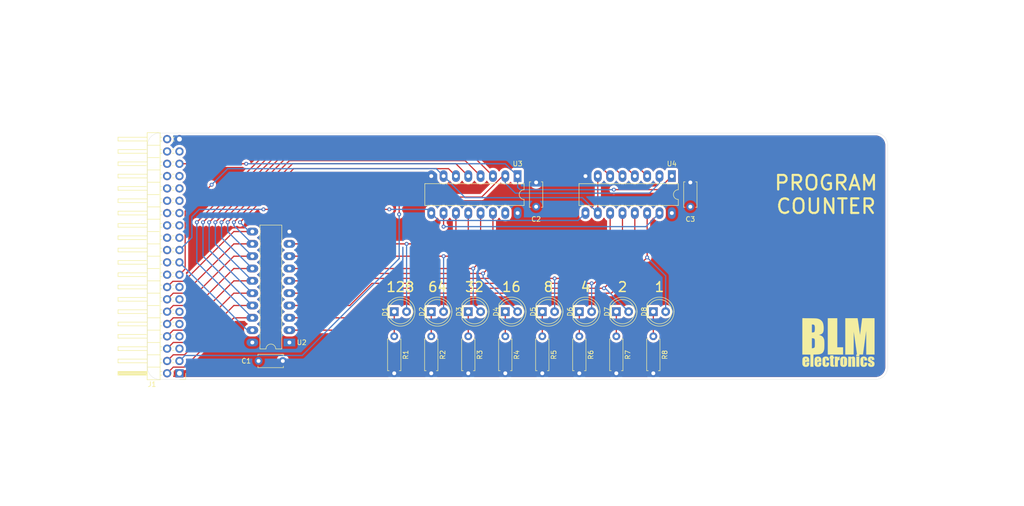
<source format=kicad_pcb>
(kicad_pcb (version 20211014) (generator pcbnew)
  (layers (0 "F.Cu" signal) (31 "B.Cu" signal) (34 "B.Paste" user) (35 "F.Paste" user) (36 "B.SilkS" user "B.Silkscreen") (37 "F.SilkS" user "F.Silkscreen") (38 "B.Mask" user) (39 "F.Mask" user) (44 "Edge.Cuts" user))
  (net 0 "")
  (net 1 "/GND")
  (net 2 "/VCC")
  (net 3 "Net-(D1-Pad2)")
  (net 4 "Net-(D1-Pad1)")
  (net 5 "Net-(D2-Pad2)")
  (net 6 "Net-(D2-Pad1)")
  (net 7 "Net-(D3-Pad2)")
  (net 8 "Net-(D3-Pad1)")
  (net 9 "Net-(D4-Pad2)")
  (net 10 "Net-(D4-Pad1)")
  (net 11 "Net-(D5-Pad2)")
  (net 12 "Net-(D5-Pad1)")
  (net 13 "Net-(D6-Pad2)")
  (net 14 "Net-(D6-Pad1)")
  (net 15 "Net-(D7-Pad2)")
  (net 16 "Net-(D7-Pad1)")
  (net 17 "Net-(D8-Pad2)")
  (net 18 "Net-(D8-Pad1)")
  (net 19 "Net-(J1-Pad40)")
  (net 20 "Net-(J1-Pad38)")
  (net 21 "Net-(J1-Pad37)")
  (net 22 "Net-(J1-Pad36)")
  (net 23 "/~{CLR}")
  (net 24 "Net-(J1-Pad34)")
  (net 25 "Net-(J1-Pad33)")
  (net 26 "Net-(J1-Pad32)")
  (net 27 "Net-(J1-Pad31)")
  (net 28 "Net-(J1-Pad30)")
  (net 29 "Net-(J1-Pad29)")
  (net 30 "Net-(J1-Pad28)")
  (net 31 "Net-(J1-Pad27)")
  (net 32 "Net-(J1-Pad26)")
  (net 33 "Net-(J1-Pad25)")
  (net 34 "Net-(J1-Pad24)")
  (net 35 "Net-(J1-Pad23)")
  (net 36 "Net-(J1-Pad22)")
  (net 37 "/~{PCIN}")
  (net 38 "Net-(J1-Pad20)")
  (net 39 "/~{PCOUT}")
  (net 40 "Net-(J1-Pad18)")
  (net 41 "/PCUP")
  (net 42 "/BUS_7")
  (net 43 "Net-(J1-Pad15)")
  (net 44 "/BUS_6")
  (net 45 "Net-(J1-Pad13)")
  (net 46 "/BUS_5")
  (net 47 "Net-(J1-Pad11)")
  (net 48 "/BUS_4")
  (net 49 "Net-(J1-Pad9)")
  (net 50 "/BUS_3")
  (net 51 "Net-(J1-Pad7)")
  (net 52 "/BUS_2")
  (net 53 "Net-(J1-Pad5)")
  (net 54 "/BUS_1")
  (net 55 "/CLK")
  (net 56 "/BUS_0")
  (net 57 "Net-(U3-Pad15)")
  (net 58 "Net-(U3-Pad10)")
  (footprint "Capacitor_THT:C_Disc_D5.0mm_W2.5mm_P5.00mm" (layer "F.Cu") (at 22.86 46.99)
    (fp_text reference "C1" (at -2.54 0) (layer "F.SilkS"))
    (fp_text value "100n")
    (pad "1" thru_hole circle locked (at 0 0) (size 1.6 1.6) (drill 0.8) (layers *.Cu *.Mask) (net 2 "/VCC"))
    (pad "2" thru_hole circle locked (at 5 0) (size 1.6 1.6) (drill 0.8) (layers *.Cu *.Mask) (net 1 "/GND"))
  )
  (footprint "Capacitor_THT:C_Disc_D5.0mm_W2.5mm_P5.00mm" (layer "F.Cu") (at 80.01 15.2 90)
    (fp_text reference "C2" (at -2.58 0 180) (layer "F.SilkS"))
    (fp_text value "100n")
    (pad "1" thru_hole circle locked (at 0 0 90) (size 1.6 1.6) (drill 0.8) (layers *.Cu *.Mask) (net 2 "/VCC"))
    (pad "2" thru_hole circle locked (at 5 0 90) (size 1.6 1.6) (drill 0.8) (layers *.Cu *.Mask) (net 1 "/GND"))
  )
  (footprint "Capacitor_THT:C_Disc_D5.0mm_W2.5mm_P5.00mm" (layer "F.Cu") (at 111.76 15.2 90)
    (fp_text reference "C3" (at -2.58 0 180) (layer "F.SilkS"))
    (fp_text value "100n")
    (pad "1" thru_hole circle locked (at 0 0 90) (size 1.6 1.6) (drill 0.8) (layers *.Cu *.Mask) (net 2 "/VCC"))
    (pad "2" thru_hole circle locked (at 5 0 90) (size 1.6 1.6) (drill 0.8) (layers *.Cu *.Mask) (net 1 "/GND"))
  )
  (footprint "LED_THT:LED_D5.0mm" (layer "F.Cu") (at 50.8 36.83)
    (fp_text reference "D1" (at -1.905 0 90) (layer "F.SilkS"))
    (fp_text value "LED")
    (pad "1" thru_hole rect locked (at 0 0) (size 1.8 1.8) (drill 0.9) (layers *.Cu *.Mask) (net 4 "Net-(D1-Pad1)"))
    (pad "2" thru_hole circle locked (at 2.54 0) (size 1.8 1.8) (drill 0.9) (layers *.Cu *.Mask) (net 3 "Net-(D1-Pad2)"))
  )
  (footprint "LED_THT:LED_D5.0mm" (layer "F.Cu") (at 58.42 36.83)
    (fp_text reference "D2" (at -1.905 0 90) (layer "F.SilkS"))
    (fp_text value "LED")
    (pad "1" thru_hole rect locked (at 0 0) (size 1.8 1.8) (drill 0.9) (layers *.Cu *.Mask) (net 6 "Net-(D2-Pad1)"))
    (pad "2" thru_hole circle locked (at 2.54 0) (size 1.8 1.8) (drill 0.9) (layers *.Cu *.Mask) (net 5 "Net-(D2-Pad2)"))
  )
  (footprint "LED_THT:LED_D5.0mm" (layer "F.Cu") (at 66.04 36.83)
    (fp_text reference "D3" (at -1.905 0 90) (layer "F.SilkS"))
    (fp_text value "LED")
    (pad "1" thru_hole rect locked (at 0 0) (size 1.8 1.8) (drill 0.9) (layers *.Cu *.Mask) (net 8 "Net-(D3-Pad1)"))
    (pad "2" thru_hole circle locked (at 2.54 0) (size 1.8 1.8) (drill 0.9) (layers *.Cu *.Mask) (net 7 "Net-(D3-Pad2)"))
  )
  (footprint "LED_THT:LED_D5.0mm" (layer "F.Cu") (at 73.66 36.83)
    (fp_text reference "D4" (at -1.905 0 90) (layer "F.SilkS"))
    (fp_text value "LED")
    (pad "1" thru_hole rect locked (at 0 0) (size 1.8 1.8) (drill 0.9) (layers *.Cu *.Mask) (net 10 "Net-(D4-Pad1)"))
    (pad "2" thru_hole circle locked (at 2.54 0) (size 1.8 1.8) (drill 0.9) (layers *.Cu *.Mask) (net 9 "Net-(D4-Pad2)"))
  )
  (footprint "LED_THT:LED_D5.0mm" (layer "F.Cu") (at 81.28 36.83)
    (fp_text reference "D5" (at -1.905 0 90) (layer "F.SilkS"))
    (fp_text value "LED")
    (pad "1" thru_hole rect locked (at 0 0) (size 1.8 1.8) (drill 0.9) (layers *.Cu *.Mask) (net 12 "Net-(D5-Pad1)"))
    (pad "2" thru_hole circle locked (at 2.54 0) (size 1.8 1.8) (drill 0.9) (layers *.Cu *.Mask) (net 11 "Net-(D5-Pad2)"))
  )
  (footprint "LED_THT:LED_D5.0mm" (layer "F.Cu") (at 88.9 36.83)
    (fp_text reference "D6" (at -1.905 0 90) (layer "F.SilkS"))
    (fp_text value "LED")
    (pad "1" thru_hole rect locked (at 0 0) (size 1.8 1.8) (drill 0.9) (layers *.Cu *.Mask) (net 14 "Net-(D6-Pad1)"))
    (pad "2" thru_hole circle locked (at 2.54 0) (size 1.8 1.8) (drill 0.9) (layers *.Cu *.Mask) (net 13 "Net-(D6-Pad2)"))
  )
  (footprint "LED_THT:LED_D5.0mm" (layer "F.Cu") (at 96.52 36.83)
    (fp_text reference "D7" (at -1.905 0 90) (layer "F.SilkS"))
    (fp_text value "LED")
    (pad "1" thru_hole rect locked (at 0 0) (size 1.8 1.8) (drill 0.9) (layers *.Cu *.Mask) (net 16 "Net-(D7-Pad1)"))
    (pad "2" thru_hole circle locked (at 2.54 0) (size 1.8 1.8) (drill 0.9) (layers *.Cu *.Mask) (net 15 "Net-(D7-Pad2)"))
  )
  (footprint "LED_THT:LED_D5.0mm" (layer "F.Cu") (at 104.14 36.83)
    (fp_text reference "D8" (at -1.905 0 90) (layer "F.SilkS"))
    (fp_text value "LED")
    (pad "1" thru_hole rect locked (at 0 0) (size 1.8 1.8) (drill 0.9) (layers *.Cu *.Mask) (net 18 "Net-(D8-Pad1)"))
    (pad "2" thru_hole circle locked (at 2.54 0) (size 1.8 1.8) (drill 0.9) (layers *.Cu *.Mask) (net 17 "Net-(D8-Pad2)"))
  )
  (footprint "Connector_PinHeader_2.54mm:PinHeader_2x20_P2.54mm_Horizontal" (layer "F.Cu") (at 6.58 49.53 180)
    (fp_text reference "J1" (at 5.655 -2.27) (layer "F.SilkS"))
    (fp_text value "Conn_02x20_Odd_Even")
    (pad "1" thru_hole rect locked (at 0 0 180) (size 1.7 1.7) (drill 1) (layers *.Cu *.Mask) (net 2 "/VCC"))
    (pad "2" thru_hole oval locked (at 2.54 0 180) (size 1.7 1.7) (drill 1) (layers *.Cu *.Mask) (net 56 "/BUS_0"))
    (pad "3" thru_hole oval locked (at 0 2.54 180) (size 1.7 1.7) (drill 1) (layers *.Cu *.Mask) (net 55 "/CLK"))
    (pad "4" thru_hole oval locked (at 2.54 2.54 180) (size 1.7 1.7) (drill 1) (layers *.Cu *.Mask) (net 54 "/BUS_1"))
    (pad "5" thru_hole oval locked (at 0 5.08 180) (size 1.7 1.7) (drill 1) (layers *.Cu *.Mask) (net 53 "Net-(J1-Pad5)"))
    (pad "6" thru_hole oval locked (at 2.54 5.08 180) (size 1.7 1.7) (drill 1) (layers *.Cu *.Mask) (net 52 "/BUS_2"))
    (pad "7" thru_hole oval locked (at 0 7.62 180) (size 1.7 1.7) (drill 1) (layers *.Cu *.Mask) (net 51 "Net-(J1-Pad7)"))
    (pad "8" thru_hole oval locked (at 2.54 7.62 180) (size 1.7 1.7) (drill 1) (layers *.Cu *.Mask) (net 50 "/BUS_3"))
    (pad "9" thru_hole oval locked (at 0 10.16 180) (size 1.7 1.7) (drill 1) (layers *.Cu *.Mask) (net 49 "Net-(J1-Pad9)"))
    (pad "10" thru_hole oval locked (at 2.54 10.16 180) (size 1.7 1.7) (drill 1) (layers *.Cu *.Mask) (net 48 "/BUS_4"))
    (pad "11" thru_hole oval locked (at 0 12.7 180) (size 1.7 1.7) (drill 1) (layers *.Cu *.Mask) (net 47 "Net-(J1-Pad11)"))
    (pad "12" thru_hole oval locked (at 2.54 12.7 180) (size 1.7 1.7) (drill 1) (layers *.Cu *.Mask) (net 46 "/BUS_5"))
    (pad "13" thru_hole oval locked (at 0 15.24 180) (size 1.7 1.7) (drill 1) (layers *.Cu *.Mask) (net 45 "Net-(J1-Pad13)"))
    (pad "14" thru_hole oval locked (at 2.54 15.24 180) (size 1.7 1.7) (drill 1) (layers *.Cu *.Mask) (net 44 "/BUS_6"))
    (pad "15" thru_hole oval locked (at 0 17.78 180) (size 1.7 1.7) (drill 1) (layers *.Cu *.Mask) (net 43 "Net-(J1-Pad15)"))
    (pad "16" thru_hole oval locked (at 2.54 17.78 180) (size 1.7 1.7) (drill 1) (layers *.Cu *.Mask) (net 42 "/BUS_7"))
    (pad "17" thru_hole oval locked (at 0 20.32 180) (size 1.7 1.7) (drill 1) (layers *.Cu *.Mask) (net 41 "/PCUP"))
    (pad "18" thru_hole oval locked (at 2.54 20.32 180) (size 1.7 1.7) (drill 1) (layers *.Cu *.Mask) (net 40 "Net-(J1-Pad18)"))
    (pad "19" thru_hole oval locked (at 0 22.86 180) (size 1.7 1.7) (drill 1) (layers *.Cu *.Mask) (net 39 "/~{PCOUT}"))
    (pad "20" thru_hole oval locked (at 2.54 22.86 180) (size 1.7 1.7) (drill 1) (layers *.Cu *.Mask) (net 38 "Net-(J1-Pad20)"))
    (pad "21" thru_hole oval locked (at 0 25.4 180) (size 1.7 1.7) (drill 1) (layers *.Cu *.Mask) (net 37 "/~{PCIN}"))
    (pad "22" thru_hole oval locked (at 2.54 25.4 180) (size 1.7 1.7) (drill 1) (layers *.Cu *.Mask) (net 36 "Net-(J1-Pad22)"))
    (pad "23" thru_hole oval locked (at 0 27.94 180) (size 1.7 1.7) (drill 1) (layers *.Cu *.Mask) (net 35 "Net-(J1-Pad23)"))
    (pad "24" thru_hole oval locked (at 2.54 27.94 180) (size 1.7 1.7) (drill 1) (layers *.Cu *.Mask) (net 34 "Net-(J1-Pad24)"))
    (pad "25" thru_hole oval locked (at 0 30.48 180) (size 1.7 1.7) (drill 1) (layers *.Cu *.Mask) (net 33 "Net-(J1-Pad25)"))
    (pad "26" thru_hole oval locked (at 2.54 30.48 180) (size 1.7 1.7) (drill 1) (layers *.Cu *.Mask) (net 32 "Net-(J1-Pad26)"))
    (pad "27" thru_hole oval locked (at 0 33.02 180) (size 1.7 1.7) (drill 1) (layers *.Cu *.Mask) (net 31 "Net-(J1-Pad27)"))
    (pad "28" thru_hole oval locked (at 2.54 33.02 180) (size 1.7 1.7) (drill 1) (layers *.Cu *.Mask) (net 30 "Net-(J1-Pad28)"))
    (pad "29" thru_hole oval locked (at 0 35.56 180) (size 1.7 1.7) (drill 1) (layers *.Cu *.Mask) (net 29 "Net-(J1-Pad29)"))
    (pad "30" thru_hole oval locked (at 2.54 35.56 180) (size 1.7 1.7) (drill 1) (layers *.Cu *.Mask) (net 28 "Net-(J1-Pad30)"))
    (pad "31" thru_hole oval locked (at 0 38.1 180) (size 1.7 1.7) (drill 1) (layers *.Cu *.Mask) (net 27 "Net-(J1-Pad31)"))
    (pad "32" thru_hole oval locked (at 2.54 38.1 180) (size 1.7 1.7) (drill 1) (layers *.Cu *.Mask) (net 26 "Net-(J1-Pad32)"))
    (pad "33" thru_hole oval locked (at 0 40.64 180) (size 1.7 1.7) (drill 1) (layers *.Cu *.Mask) (net 25 "Net-(J1-Pad33)"))
    (pad "34" thru_hole oval locked (at 2.54 40.64 180) (size 1.7 1.7) (drill 1) (layers *.Cu *.Mask) (net 24 "Net-(J1-Pad34)"))
    (pad "35" thru_hole oval locked (at 0 43.18 180) (size 1.7 1.7) (drill 1) (layers *.Cu *.Mask) (net 23 "/~{CLR}"))
    (pad "36" thru_hole oval locked (at 2.54 43.18 180) (size 1.7 1.7) (drill 1) (layers *.Cu *.Mask) (net 22 "Net-(J1-Pad36)"))
    (pad "37" thru_hole oval locked (at 0 45.72 180) (size 1.7 1.7) (drill 1) (layers *.Cu *.Mask) (net 21 "Net-(J1-Pad37)"))
    (pad "38" thru_hole oval locked (at 2.54 45.72 180) (size 1.7 1.7) (drill 1) (layers *.Cu *.Mask) (net 20 "Net-(J1-Pad38)"))
    (pad "39" thru_hole oval locked (at 0 48.26 180) (size 1.7 1.7) (drill 1) (layers *.Cu *.Mask) (net 1 "/GND"))
    (pad "40" thru_hole oval locked (at 2.54 48.26 180) (size 1.7 1.7) (drill 1) (layers *.Cu *.Mask) (net 19 "Net-(J1-Pad40)"))
  )
  (footprint "Resistor_THT:R_Axial_DIN0207_L6.3mm_D2.5mm_P7.62mm_Horizontal" (layer "F.Cu") (at 50.8 41.91 -90)
    (fp_text reference "R1" (at 3.81 -2.37 90) (layer "F.SilkS"))
    (fp_text value "R")
    (pad "1" thru_hole circle locked (at 0 0 270) (size 1.6 1.6) (drill 0.8) (layers *.Cu *.Mask) (net 4 "Net-(D1-Pad1)"))
    (pad "2" thru_hole oval locked (at 7.62 0 270) (size 1.6 1.6) (drill 0.8) (layers *.Cu *.Mask) (net 1 "/GND"))
  )
  (footprint "Resistor_THT:R_Axial_DIN0207_L6.3mm_D2.5mm_P7.62mm_Horizontal" (layer "F.Cu") (at 58.42 41.91 -90)
    (fp_text reference "R2" (at 3.81 -2.37 90) (layer "F.SilkS"))
    (fp_text value "R")
    (pad "1" thru_hole circle locked (at 0 0 270) (size 1.6 1.6) (drill 0.8) (layers *.Cu *.Mask) (net 6 "Net-(D2-Pad1)"))
    (pad "2" thru_hole oval locked (at 7.62 0 270) (size 1.6 1.6) (drill 0.8) (layers *.Cu *.Mask) (net 1 "/GND"))
  )
  (footprint "Resistor_THT:R_Axial_DIN0207_L6.3mm_D2.5mm_P7.62mm_Horizontal" (layer "F.Cu") (at 66.04 41.91 -90)
    (fp_text reference "R3" (at 3.81 -2.37 90) (layer "F.SilkS"))
    (fp_text value "R")
    (pad "1" thru_hole circle locked (at 0 0 270) (size 1.6 1.6) (drill 0.8) (layers *.Cu *.Mask) (net 8 "Net-(D3-Pad1)"))
    (pad "2" thru_hole oval locked (at 7.62 0 270) (size 1.6 1.6) (drill 0.8) (layers *.Cu *.Mask) (net 1 "/GND"))
  )
  (footprint "Resistor_THT:R_Axial_DIN0207_L6.3mm_D2.5mm_P7.62mm_Horizontal" (layer "F.Cu") (at 73.66 41.91 -90)
    (fp_text reference "R4" (at 3.81 -2.37 90) (layer "F.SilkS"))
    (fp_text value "R")
    (pad "1" thru_hole circle locked (at 0 0 270) (size 1.6 1.6) (drill 0.8) (layers *.Cu *.Mask) (net 10 "Net-(D4-Pad1)"))
    (pad "2" thru_hole oval locked (at 7.62 0 270) (size 1.6 1.6) (drill 0.8) (layers *.Cu *.Mask) (net 1 "/GND"))
  )
  (footprint "Resistor_THT:R_Axial_DIN0207_L6.3mm_D2.5mm_P7.62mm_Horizontal" (layer "F.Cu") (at 81.28 41.91 -90)
    (fp_text reference "R5" (at 3.81 -2.37 90) (layer "F.SilkS"))
    (fp_text value "R")
    (pad "1" thru_hole circle locked (at 0 0 270) (size 1.6 1.6) (drill 0.8) (layers *.Cu *.Mask) (net 12 "Net-(D5-Pad1)"))
    (pad "2" thru_hole oval locked (at 7.62 0 270) (size 1.6 1.6) (drill 0.8) (layers *.Cu *.Mask) (net 1 "/GND"))
  )
  (footprint "Resistor_THT:R_Axial_DIN0207_L6.3mm_D2.5mm_P7.62mm_Horizontal" (layer "F.Cu") (at 88.9 41.91 -90)
    (fp_text reference "R6" (at 3.81 -2.37 90) (layer "F.SilkS"))
    (fp_text value "R")
    (pad "1" thru_hole circle locked (at 0 0 270) (size 1.6 1.6) (drill 0.8) (layers *.Cu *.Mask) (net 14 "Net-(D6-Pad1)"))
    (pad "2" thru_hole oval locked (at 7.62 0 270) (size 1.6 1.6) (drill 0.8) (layers *.Cu *.Mask) (net 1 "/GND"))
  )
  (footprint "Resistor_THT:R_Axial_DIN0207_L6.3mm_D2.5mm_P7.62mm_Horizontal" (layer "F.Cu") (at 96.52 41.91 -90)
    (fp_text reference "R7" (at 3.81 -2.37 90) (layer "F.SilkS"))
    (fp_text value "R")
    (pad "1" thru_hole circle locked (at 0 0 270) (size 1.6 1.6) (drill 0.8) (layers *.Cu *.Mask) (net 16 "Net-(D7-Pad1)"))
    (pad "2" thru_hole oval locked (at 7.62 0 270) (size 1.6 1.6) (drill 0.8) (layers *.Cu *.Mask) (net 1 "/GND"))
  )
  (footprint "Resistor_THT:R_Axial_DIN0207_L6.3mm_D2.5mm_P7.62mm_Horizontal" (layer "F.Cu") (at 104.14 41.91 -90)
    (fp_text reference "R8" (at 3.81 -2.37 90) (layer "F.SilkS"))
    (fp_text value "R")
    (pad "1" thru_hole circle locked (at 0 0 270) (size 1.6 1.6) (drill 0.8) (layers *.Cu *.Mask) (net 18 "Net-(D8-Pad1)"))
    (pad "2" thru_hole oval locked (at 7.62 0 270) (size 1.6 1.6) (drill 0.8) (layers *.Cu *.Mask) (net 1 "/GND"))
  )
  (footprint "Package_DIP:DIP-20_W7.62mm_LongPads" (layer "F.Cu") (at 29.21 43.18 180)
    (fp_text reference "U2" (at -2.54 0) (layer "F.SilkS"))
    (fp_text value "74HC245")
    (pad "1" thru_hole rect locked (at 0 0 180) (size 2.4 1.6) (drill 0.8) (layers *.Cu *.Mask) (net 2 "/VCC"))
    (pad "2" thru_hole oval locked (at 0 2.54 180) (size 2.4 1.6) (drill 0.8) (layers *.Cu *.Mask) (net 17 "Net-(D8-Pad2)"))
    (pad "3" thru_hole oval locked (at 0 5.08 180) (size 2.4 1.6) (drill 0.8) (layers *.Cu *.Mask) (net 15 "Net-(D7-Pad2)"))
    (pad "4" thru_hole oval locked (at 0 7.62 180) (size 2.4 1.6) (drill 0.8) (layers *.Cu *.Mask) (net 13 "Net-(D6-Pad2)"))
    (pad "5" thru_hole oval locked (at 0 10.16 180) (size 2.4 1.6) (drill 0.8) (layers *.Cu *.Mask) (net 11 "Net-(D5-Pad2)"))
    (pad "6" thru_hole oval locked (at 0 12.7 180) (size 2.4 1.6) (drill 0.8) (layers *.Cu *.Mask) (net 9 "Net-(D4-Pad2)"))
    (pad "7" thru_hole oval locked (at 0 15.24 180) (size 2.4 1.6) (drill 0.8) (layers *.Cu *.Mask) (net 7 "Net-(D3-Pad2)"))
    (pad "8" thru_hole oval locked (at 0 17.78 180) (size 2.4 1.6) (drill 0.8) (layers *.Cu *.Mask) (net 5 "Net-(D2-Pad2)"))
    (pad "9" thru_hole oval locked (at 0 20.32 180) (size 2.4 1.6) (drill 0.8) (layers *.Cu *.Mask) (net 3 "Net-(D1-Pad2)"))
    (pad "10" thru_hole oval locked (at 0 22.86 180) (size 2.4 1.6) (drill 0.8) (layers *.Cu *.Mask) (net 1 "/GND"))
    (pad "11" thru_hole oval locked (at 7.62 22.86 180) (size 2.4 1.6) (drill 0.8) (layers *.Cu *.Mask) (net 42 "/BUS_7"))
    (pad "12" thru_hole oval locked (at 7.62 20.32 180) (size 2.4 1.6) (drill 0.8) (layers *.Cu *.Mask) (net 44 "/BUS_6"))
    (pad "13" thru_hole oval locked (at 7.62 17.78 180) (size 2.4 1.6) (drill 0.8) (layers *.Cu *.Mask) (net 46 "/BUS_5"))
    (pad "14" thru_hole oval locked (at 7.62 15.24 180) (size 2.4 1.6) (drill 0.8) (layers *.Cu *.Mask) (net 48 "/BUS_4"))
    (pad "15" thru_hole oval locked (at 7.62 12.7 180) (size 2.4 1.6) (drill 0.8) (layers *.Cu *.Mask) (net 50 "/BUS_3"))
    (pad "16" thru_hole oval locked (at 7.62 10.16 180) (size 2.4 1.6) (drill 0.8) (layers *.Cu *.Mask) (net 52 "/BUS_2"))
    (pad "17" thru_hole oval locked (at 7.62 7.62 180) (size 2.4 1.6) (drill 0.8) (layers *.Cu *.Mask) (net 54 "/BUS_1"))
    (pad "18" thru_hole oval locked (at 7.62 5.08 180) (size 2.4 1.6) (drill 0.8) (layers *.Cu *.Mask) (net 56 "/BUS_0"))
    (pad "19" thru_hole oval locked (at 7.62 2.54 180) (size 2.4 1.6) (drill 0.8) (layers *.Cu *.Mask) (net 39 "/~{PCOUT}"))
    (pad "20" thru_hole oval locked (at 7.62 0 180) (size 2.4 1.6) (drill 0.8) (layers *.Cu *.Mask) (net 2 "/VCC"))
  )
  (footprint "Package_DIP:DIP-16_W7.62mm_LongPads" (layer "F.Cu") (at 76.2 8.89 -90)
    (fp_text reference "U3" (at -2.54 0 180) (layer "F.SilkS"))
    (fp_text value "74LS161")
    (pad "1" thru_hole rect locked (at 0 0 270) (size 2.4 1.6) (drill 0.8) (layers *.Cu *.Mask) (net 23 "/~{CLR}"))
    (pad "2" thru_hole oval locked (at 0 2.54 270) (size 2.4 1.6) (drill 0.8) (layers *.Cu *.Mask) (net 55 "/CLK"))
    (pad "3" thru_hole oval locked (at 0 5.08 270) (size 2.4 1.6) (drill 0.8) (layers *.Cu *.Mask) (net 48 "/BUS_4"))
    (pad "4" thru_hole oval locked (at 0 7.62 270) (size 2.4 1.6) (drill 0.8) (layers *.Cu *.Mask) (net 46 "/BUS_5"))
    (pad "5" thru_hole oval locked (at 0 10.16 270) (size 2.4 1.6) (drill 0.8) (layers *.Cu *.Mask) (net 44 "/BUS_6"))
    (pad "6" thru_hole oval locked (at 0 12.7 270) (size 2.4 1.6) (drill 0.8) (layers *.Cu *.Mask) (net 42 "/BUS_7"))
    (pad "7" thru_hole oval locked (at 0 15.24 270) (size 2.4 1.6) (drill 0.8) (layers *.Cu *.Mask) (net 41 "/PCUP"))
    (pad "8" thru_hole oval locked (at 0 17.78 270) (size 2.4 1.6) (drill 0.8) (layers *.Cu *.Mask) (net 1 "/GND"))
    (pad "9" thru_hole oval locked (at 7.62 17.78 270) (size 2.4 1.6) (drill 0.8) (layers *.Cu *.Mask) (net 37 "/~{PCIN}"))
    (pad "10" thru_hole oval locked (at 7.62 15.24 270) (size 2.4 1.6) (drill 0.8) (layers *.Cu *.Mask) (net 58 "Net-(U3-Pad10)"))
    (pad "11" thru_hole oval locked (at 7.62 12.7 270) (size 2.4 1.6) (drill 0.8) (layers *.Cu *.Mask) (net 3 "Net-(D1-Pad2)"))
    (pad "12" thru_hole oval locked (at 7.62 10.16 270) (size 2.4 1.6) (drill 0.8) (layers *.Cu *.Mask) (net 5 "Net-(D2-Pad2)"))
    (pad "13" thru_hole oval locked (at 7.62 7.62 270) (size 2.4 1.6) (drill 0.8) (layers *.Cu *.Mask) (net 7 "Net-(D3-Pad2)"))
    (pad "14" thru_hole oval locked (at 7.62 5.08 270) (size 2.4 1.6) (drill 0.8) (layers *.Cu *.Mask) (net 9 "Net-(D4-Pad2)"))
    (pad "15" thru_hole oval locked (at 7.62 2.54 270) (size 2.4 1.6) (drill 0.8) (layers *.Cu *.Mask) (net 57 "Net-(U3-Pad15)"))
    (pad "16" thru_hole oval locked (at 7.62 0 270) (size 2.4 1.6) (drill 0.8) (layers *.Cu *.Mask) (net 2 "/VCC"))
  )
  (footprint "Package_DIP:DIP-16_W7.62mm_LongPads" (layer "F.Cu") (at 107.95 8.89 -90)
    (fp_text reference "U4" (at -2.54 0 180) (layer "F.SilkS"))
    (fp_text value "74LS161")
    (pad "1" thru_hole rect locked (at 0 0 270) (size 2.4 1.6) (drill 0.8) (layers *.Cu *.Mask) (net 23 "/~{CLR}"))
    (pad "2" thru_hole oval locked (at 0 2.54 270) (size 2.4 1.6) (drill 0.8) (layers *.Cu *.Mask) (net 55 "/CLK"))
    (pad "3" thru_hole oval locked (at 0 5.08 270) (size 2.4 1.6) (drill 0.8) (layers *.Cu *.Mask) (net 56 "/BUS_0"))
    (pad "4" thru_hole oval locked (at 0 7.62 270) (size 2.4 1.6) (drill 0.8) (layers *.Cu *.Mask) (net 54 "/BUS_1"))
    (pad "5" thru_hole oval locked (at 0 10.16 270) (size 2.4 1.6) (drill 0.8) (layers *.Cu *.Mask) (net 52 "/BUS_2"))
    (pad "6" thru_hole oval locked (at 0 12.7 270) (size 2.4 1.6) (drill 0.8) (layers *.Cu *.Mask) (net 50 "/BUS_3"))
    (pad "7" thru_hole oval locked (at 0 15.24 270) (size 2.4 1.6) (drill 0.8) (layers *.Cu *.Mask) (net 41 "/PCUP"))
    (pad "8" thru_hole oval locked (at 0 17.78 270) (size 2.4 1.6) (drill 0.8) (layers *.Cu *.Mask) (net 1 "/GND"))
    (pad "9" thru_hole oval locked (at 7.62 17.78 270) (size 2.4 1.6) (drill 0.8) (layers *.Cu *.Mask) (net 37 "/~{PCIN}"))
    (pad "10" thru_hole oval locked (at 7.62 15.24 270) (size 2.4 1.6) (drill 0.8) (layers *.Cu *.Mask) (net 41 "/PCUP"))
    (pad "11" thru_hole oval locked (at 7.62 12.7 270) (size 2.4 1.6) (drill 0.8) (layers *.Cu *.Mask) (net 11 "Net-(D5-Pad2)"))
    (pad "12" thru_hole oval locked (at 7.62 10.16 270) (size 2.4 1.6) (drill 0.8) (layers *.Cu *.Mask) (net 13 "Net-(D6-Pad2)"))
    (pad "13" thru_hole oval locked (at 7.62 7.62 270) (size 2.4 1.6) (drill 0.8) (layers *.Cu *.Mask) (net 15 "Net-(D7-Pad2)"))
    (pad "14" thru_hole oval locked (at 7.62 5.08 270) (size 2.4 1.6) (drill 0.8) (layers *.Cu *.Mask) (net 17 "Net-(D8-Pad2)"))
    (pad "15" thru_hole oval locked (at 7.62 2.54 270) (size 2.4 1.6) (drill 0.8) (layers *.Cu *.Mask) (net 58 "Net-(U3-Pad10)"))
    (pad "16" thru_hole oval locked (at 7.62 0 270) (size 2.4 1.6) (drill 0.8) (layers *.Cu *.Mask) (net 2 "/VCC"))
  )
  (footprint "Matthias:LogoBLM_10mm" (layer "F.Cu") (at 142.24 43.18)
    (fp_text reference "G***" hide)
    (fp_text value "LOGO" hide)
  )
  (gr_line (start 149.86 0) (end 2.54 0) (layer "Edge.Cuts") (width 0.05))
  (gr_arc (start 149.86 0) (mid 151.656051 0.743949) (end 152.4 2.54) (layer "Edge.Cuts") (width 0.05))
  (gr_line (start 2.54 50.8) (end 149.86 50.8) (layer "Edge.Cuts") (width 0.05))
  (gr_line (start 152.4 48.26) (end 152.4 2.54) (layer "Edge.Cuts") (width 0.05))
  (gr_arc (start 2.54 50.8) (mid 0.743949 50.056051) (end 0 48.26) (layer "Edge.Cuts") (width 0.05))
  (gr_arc (start 0 2.54) (mid 0.743949 0.743949) (end 2.54 0) (layer "Edge.Cuts") (width 0.05))
  (gr_arc (start 152.4 48.26) (mid 151.656051 50.056051) (end 149.86 50.8) (layer "Edge.Cuts") (width 0.05))
  (gr_line (start 0 2.54) (end 0 48.26) (layer "Edge.Cuts") (width 0.05))
  (gr_text "16" (at 74.93 31.75) (layer "F.SilkS") (effects (font (size 2 2) (thickness 0.3))))
  (gr_text "4" (at 90.17 31.75) (layer "F.SilkS") (effects (font (size 2 2) (thickness 0.3))))
  (gr_text "64" (at 59.69 31.75) (layer "F.SilkS") (effects (font (size 2 2) (thickness 0.3))))
  (gr_text "8" (at 82.55 31.75) (layer "F.SilkS") (effects (font (size 2 2) (thickness 0.3))))
  (gr_text "PROGRAM\nCOUNTER" (at 139.7 12.7) (layer "F.SilkS") (effects (font (size 3 3) (thickness 0.45))))
  (gr_text "32" (at 67.31 31.75) (layer "F.SilkS") (effects (font (size 2 2) (thickness 0.3))))
  (gr_text "2" (at 97.79 31.75) (layer "F.SilkS") (effects (font (size 2 2) (thickness 0.3))))
  (gr_text "128" (at 52.07 31.75) (layer "F.SilkS") (effects (font (size 2 2) (thickness 0.3))))
  (gr_text "1" (at 105.41 31.75) (layer "F.SilkS") (effects (font (size 2 2) (thickness 0.3))))
  (segment (start 29.21 22.86) (end 62.484 22.86) (width 0.25) (layer "F.Cu") (net 3))
  (segment (start 62.484 22.86) (end 63.5 21.844) (width 0.25) (layer "F.Cu") (net 3))
  (segment (start 63.5 21.844) (end 63.5 16.51) (width 0.25) (layer "F.Cu") (net 3))
  (via (at 53.34 22.86) (size 0.8) (drill 0.4) (layers "F.Cu" "B.Cu") (net 3))
  (segment (start 53.34 36.83) (end 53.34 22.86) (width 0.25) (layer "B.Cu") (net 3))
  (segment (start 50.8 36.83) (end 50.8 41.91) (width 0.25) (layer "F.Cu") (net 4))
  (segment (start 66.04 24.384) (end 66.04 16.51) (width 0.25) (layer "F.Cu") (net 5))
  (segment (start 65.024 25.4) (end 66.04 24.384) (width 0.25) (layer "F.Cu") (net 5))
  (segment (start 29.21 25.4) (end 65.024 25.4) (width 0.25) (layer "F.Cu") (net 5))
  (via (at 60.96 25.4) (size 0.8) (drill 0.4) (layers "F.Cu" "B.Cu") (net 5))
  (segment (start 60.96 36.83) (end 60.96 25.4) (width 0.25) (layer "B.Cu") (net 5))
  (segment (start 58.42 36.83) (end 58.42 41.91) (width 0.25) (layer "F.Cu") (net 6))
  (segment (start 68.58 26.416) (end 68.58 16.51) (width 0.25) (layer "F.Cu") (net 7))
  (segment (start 67.056 27.94) (end 68.58 26.416) (width 0.25) (layer "F.Cu") (net 7))
  (segment (start 29.21 27.94) (end 67.056 27.94) (width 0.25) (layer "F.Cu") (net 7))
  (via (at 67.056 27.94) (size 0.8) (drill 0.4) (layers "F.Cu" "B.Cu") (net 7))
  (segment (start 68.58 36.83) (end 67.056 35.306) (width 0.25) (layer "B.Cu") (net 7))
  (segment (start 67.056 35.306) (end 67.056 27.94) (width 0.25) (layer "B.Cu") (net 7))
  (segment (start 66.04 36.83) (end 66.04 41.91) (width 0.25) (layer "F.Cu") (net 8))
  (segment (start 45.212 28.956) (end 69.088 28.956) (width 0.25) (layer "F.Cu") (net 9))
  (segment (start 29.21 30.48) (end 43.688 30.48) (width 0.25) (layer "F.Cu") (net 9))
  (segment (start 71.12 26.924) (end 71.12 16.51) (width 0.25) (layer "F.Cu") (net 9))
  (segment (start 43.688 30.48) (end 45.212 28.956) (width 0.25) (layer "F.Cu") (net 9))
  (segment (start 69.088 28.956) (end 71.12 26.924) (width 0.25) (layer "F.Cu") (net 9))
  (via (at 69.088 28.956) (size 0.8) (drill 0.4) (layers "F.Cu" "B.Cu") (net 9))
  (segment (start 76.2 36.83) (end 69.088 29.718) (width 0.25) (layer "B.Cu") (net 9))
  (segment (start 69.088 29.718) (end 69.088 28.956) (width 0.25) (layer "B.Cu") (net 9))
  (segment (start 73.66 36.83) (end 73.66 41.91) (width 0.25) (layer "F.Cu") (net 10))
  (segment (start 29.21 33.02) (end 42.672 33.02) (width 0.25) (layer "F.Cu") (net 11))
  (segment (start 42.672 33.02) (end 45.72 29.972) (width 0.25) (layer "F.Cu") (net 11))
  (segment (start 95.25 25.654) (end 95.25 16.51) (width 0.25) (layer "F.Cu") (net 11))
  (segment (start 90.932 29.972) (end 95.25 25.654) (width 0.25) (layer "F.Cu") (net 11))
  (segment (start 45.72 29.972) (end 90.932 29.972) (width 0.25) (layer "F.Cu") (net 11))
  (via (at 83.82 29.972) (size 0.8) (drill 0.4) (layers "F.Cu" "B.Cu") (net 11))
  (segment (start 83.82 36.83) (end 83.82 29.972) (width 0.25) (layer "B.Cu") (net 11))
  (segment (start 81.28 36.83) (end 81.28 41.91) (width 0.25) (layer "F.Cu") (net 12))
  (segment (start 91.948 30.988) (end 97.79 25.146) (width 0.25) (layer "F.Cu") (net 13))
  (segment (start 29.21 35.56) (end 41.656 35.56) (width 0.25) (layer "F.Cu") (net 13))
  (segment (start 97.79 25.146) (end 97.79 16.51) (width 0.25) (layer "F.Cu") (net 13))
  (segment (start 41.656 35.56) (end 46.228 30.988) (width 0.25) (layer "F.Cu") (net 13))
  (segment (start 46.228 30.988) (end 91.948 30.988) (width 0.25) (layer "F.Cu") (net 13))
  (via (at 91.44 30.988) (size 0.8) (drill 0.4) (layers "F.Cu" "B.Cu") (net 13))
  (segment (start 91.44 36.83) (end 91.44 30.988) (width 0.25) (layer "B.Cu") (net 13))
  (segment (start 88.9 36.83) (end 88.9 41.91) (width 0.25) (layer "F.Cu") (net 14))
  (segment (start 93.98 32.004) (end 100.33 25.654) (width 0.25) (layer "F.Cu") (net 15))
  (segment (start 100.33 25.654) (end 100.33 16.51) (width 0.25) (layer "F.Cu") (net 15))
  (segment (start 29.21 38.1) (end 40.64 38.1) (width 0.25) (layer "F.Cu") (net 15))
  (segment (start 46.736 32.004) (end 93.98 32.004) (width 0.25) (layer "F.Cu") (net 15))
  (segment (start 40.64 38.1) (end 46.736 32.004) (width 0.25) (layer "F.Cu") (net 15))
  (via (at 93.98 32.004) (size 0.8) (drill 0.4) (layers "F.Cu" "B.Cu") (net 15))
  (segment (start 99.06 36.83) (end 94.234 32.004) (width 0.25) (layer "B.Cu") (net 15))
  (segment (start 94.234 32.004) (end 93.98 32.004) (width 0.25) (layer "B.Cu") (net 15))
  (segment (start 96.52 36.83) (end 96.52 41.91) (width 0.25) (layer "F.Cu") (net 16))
  (segment (start 95.504 33.02) (end 102.87 25.654) (width 0.25) (layer "F.Cu") (net 17))
  (segment (start 39.624 40.64) (end 47.244 33.02) (width 0.25) (layer "F.Cu") (net 17))
  (segment (start 29.21 40.64) (end 39.624 40.64) (width 0.25) (layer "F.Cu") (net 17))
  (segment (start 102.87 25.654) (end 102.87 16.51) (width 0.25) (layer "F.Cu") (net 17))
  (segment (start 47.244 33.02) (end 95.504 33.02) (width 0.25) (layer "F.Cu") (net 17))
  (via (at 102.87 25.654) (size 0.8) (drill 0.4) (layers "F.Cu" "B.Cu") (net 17))
  (segment (start 106.68 36.83) (end 106.68 29.464) (width 0.25) (layer "B.Cu") (net 17))
  (segment (start 106.68 29.464) (end 102.87 25.654) (width 0.25) (layer "B.Cu") (net 17))
  (segment (start 104.14 36.83) (end 104.14 41.91) (width 0.25) (layer "F.Cu") (net 18))
  (segment (start 96.012 11.684) (end 105.156 11.684) (width 0.25) (layer "F.Cu") (net 23))
  (segment (start 6.58 6.35) (end 20.32 6.35) (width 0.25) (layer "F.Cu") (net 23))
  (segment (start 105.156 11.684) (end 107.95 8.89) (width 0.25) (layer "F.Cu") (net 23))
  (via (at 96.012 11.684) (size 0.8) (drill 0.4) (layers "F.Cu" "B.Cu") (net 23))
  (via (at 20.32 6.35) (size 0.8) (drill 0.4) (layers "F.Cu" "B.Cu") (net 23))
  (segment (start 76.708 11.684) (end 96.012 11.684) (width 0.25) (layer "B.Cu") (net 23))
  (segment (start 76.2 11.176) (end 76.708 11.684) (width 0.25) (layer "B.Cu") (net 23))
  (segment (start 76.2 8.89) (end 76.2 11.176) (width 0.25) (layer "B.Cu") (net 23))
  (segment (start 73.66 6.35) (end 76.2 8.89) (width 0.25) (layer "B.Cu") (net 23))
  (segment (start 20.32 6.35) (end 73.66 6.35) (width 0.25) (layer "B.Cu") (net 23))
  (segment (start 49.784 15.748) (end 23.876 15.748) (width 0.25) (layer "F.Cu") (net 37))
  (via (at 49.784 15.748) (size 0.8) (drill 0.4) (layers "F.Cu" "B.Cu") (net 37))
  (via (at 23.876 15.748) (size 0.8) (drill 0.4) (layers "F.Cu" "B.Cu") (net 37))
  (segment (start 9.144 17.272) (end 10.668 15.748) (width 0.25) (layer "B.Cu") (net 37))
  (segment (start 57.658 15.748) (end 58.42 16.51) (width 0.25) (layer "B.Cu") (net 37))
  (segment (start 57.658 15.748) (end 49.784 15.748) (width 0.25) (layer "B.Cu") (net 37))
  (segment (start 6.58 24.13) (end 9.144 21.566) (width 0.25) (layer "B.Cu") (net 37))
  (segment (start 88.64499 18.03501) (end 90.17 16.51) (width 0.25) (layer "B.Cu") (net 37))
  (segment (start 23.876 15.748) (end 10.668 15.748) (width 0.25) (layer "B.Cu") (net 37))
  (segment (start 59.94501 18.03501) (end 88.64499 18.03501) (width 0.25) (layer "B.Cu") (net 37))
  (segment (start 58.42 16.51) (end 59.94501 18.03501) (width 0.25) (layer "B.Cu") (net 37))
  (segment (start 9.144 21.566) (end 9.144 17.272) (width 0.25) (layer "B.Cu") (net 37))
  (segment (start 6.58 26.67) (end 20.55 40.64) (width 0.25) (layer "B.Cu") (net 39))
  (segment (start 20.55 40.64) (end 21.59 40.64) (width 0.25) (layer "B.Cu") (net 39))
  (segment (start 92.71 8.89) (end 92.71 16.51) (width 0.25) (layer "F.Cu") (net 41))
  (segment (start 7.755001 28.034999) (end 7.755001 16.120999) (width 0.25) (layer "F.Cu") (net 41))
  (segment (start 7.755001 16.120999) (end 13.208 10.668) (width 0.25) (layer "F.Cu") (net 41))
  (segment (start 6.58 29.21) (end 7.755001 28.034999) (width 0.25) (layer "F.Cu") (net 41))
  (via (at 13.208 10.668) (size 0.8) (drill 0.4) (layers "F.Cu" "B.Cu") (net 41))
  (segment (start 13.208 10.668) (end 16.51101 7.36499) (width 0.25) (layer "B.Cu") (net 41))
  (segment (start 60.96 8.89) (end 65.405 13.335) (width 0.25) (layer "B.Cu") (net 41))
  (segment (start 16.51101 7.36499) (end 59.43499 7.36499) (width 0.25) (layer "B.Cu") (net 41))
  (segment (start 92.71 16.51) (end 89.535 13.335) (width 0.25) (layer "B.Cu") (net 41))
  (segment (start 89.535 13.335) (end 65.405 13.335) (width 0.25) (layer "B.Cu") (net 41))
  (segment (start 59.43499 7.36499) (end 60.96 8.89) (width 0.25) (layer "B.Cu") (net 41))
  (segment (start 17.78 20.32) (end 7.525001 30.574999) (width 0.25) (layer "F.Cu") (net 42))
  (segment (start 5.215001 30.574999) (end 4.04 31.75) (width 0.25) (layer "F.Cu") (net 42))
  (segment (start 30.10001 7.36499) (end 61.97499 7.36499) (width 0.25) (layer "F.Cu") (net 42))
  (segment (start 61.97499 7.36499) (end 63.5 8.89) (width 0.25) (layer "F.Cu") (net 42))
  (segment (start 21.59 20.32) (end 17.78 20.32) (width 0.25) (layer "F.Cu") (net 42))
  (segment (start 7.525001 30.574999) (end 5.215001 30.574999) (width 0.25) (layer "F.Cu") (net 42))
  (segment (start 19.05 18.415) (end 30.10001 7.36499) (width 0.25) (layer "F.Cu") (net 42))
  (via (at 19.05 18.415) (size 0.8) (drill 0.4) (layers "F.Cu" "B.Cu") (net 42))
  (segment (start 21.59 20.32) (end 20.955 20.32) (width 0.25) (layer "B.Cu") (net 42))
  (segment (start 20.955 20.32) (end 19.05 18.415) (width 0.25) (layer "B.Cu") (net 42))
  (segment (start 5.31 33.02) (end 4.04 34.29) (width 0.25) (layer "F.Cu") (net 44))
  (segment (start 17.78 22.86) (end 7.62 33.02) (width 0.25) (layer "F.Cu") (net 44))
  (segment (start 7.62 33.02) (end 5.31 33.02) (width 0.25) (layer "F.Cu") (net 44))
  (segment (start 17.78 18.415) (end 29.845 6.35) (width 0.25) (layer "F.Cu") (net 44))
  (segment (start 21.59 22.86) (end 17.78 22.86) (width 0.25) (layer "F.Cu") (net 44))
  (segment (start 63.5 6.35) (end 66.04 8.89) (width 0.25) (layer "F.Cu") (net 44))
  (segment (start 29.845 6.35) (end 63.5 6.35) (width 0.25) (layer "F.Cu") (net 44))
  (via (at 17.78 18.415) (size 0.8) (drill 0.4) (layers "F.Cu" "B.Cu") (net 44))
  (segment (start 17.78 19.05) (end 17.78 18.415) (width 0.25) (layer "B.Cu") (net 44))
  (segment (start 21.59 22.86) (end 17.78 19.05) (width 0.25) (layer "B.Cu") (net 44))
  (segment (start 65.405 5.715) (end 68.58 8.89) (width 0.25) (layer "F.Cu") (net 46))
  (segment (start 5.31 35.56) (end 4.04 36.83) (width 0.25) (layer "F.Cu") (net 46))
  (segment (start 7.62 35.56) (end 5.31 35.56) (width 0.25) (layer "F.Cu") (net 46))
  (segment (start 21.59 25.4) (end 17.78 25.4) (width 0.25) (layer "F.Cu") (net 46))
  (segment (start 29.21 5.715) (end 65.405 5.715) (width 0.25) (layer "F.Cu") (net 46))
  (segment (start 16.51 18.415) (end 29.21 5.715) (width 0.25) (layer "F.Cu") (net 46))
  (segment (start 17.78 25.4) (end 7.62 35.56) (width 0.25) (layer "F.Cu") (net 46))
  (via (at 16.51 18.415) (size 0.8) (drill 0.4) (layers "F.Cu" "B.Cu") (net 46))
  (segment (start 16.51 20.32) (end 16.51 18.415) (width 0.25) (layer "B.Cu") (net 46))
  (segment (start 21.59 25.4) (end 16.51 20.32) (width 0.25) (layer "B.Cu") (net 46))
  (segment (start 7.62 38.1) (end 5.31 38.1) (width 0.25) (layer "F.Cu") (net 48))
  (segment (start 17.78 27.94) (end 7.62 38.1) (width 0.25) (layer "F.Cu") (net 48))
  (segment (start 15.24 18.415) (end 28.575 5.08) (width 0.25) (layer "F.Cu") (net 48))
  (segment (start 67.31 5.08) (end 71.12 8.89) (width 0.25) (layer "F.Cu") (net 48))
  (segment (start 21.59 27.94) (end 17.78 27.94) (width 0.25) (layer "F.Cu") (net 48))
  (segment (start 28.575 5.08) (end 67.31 5.08) (width 0.25) (layer "F.Cu") (net 48))
  (segment (start 5.31 38.1) (end 4.04 39.37) (width 0.25) (layer "F.Cu") (net 48))
  (via (at 15.24 18.415) (size 0.8) (drill 0.4) (layers "F.Cu" "B.Cu") (net 48))
  (segment (start 15.24 21.59) (end 15.24 18.415) (width 0.25) (layer "B.Cu") (net 48))
  (segment (start 21.59 27.94) (end 15.24 21.59) (width 0.25) (layer "B.Cu") (net 48))
  (segment (start 90.805 4.445) (end 95.25 8.89) (width 0.25) (layer "F.Cu") (net 50))
  (segment (start 13.97 18.415) (end 27.94 4.445) (width 0.25) (layer "F.Cu") (net 50))
  (segment (start 17.78 30.48) (end 7.62 40.64) (width 0.25) (layer "F.Cu") (net 50))
  (segment (start 21.59 30.48) (end 17.78 30.48) (width 0.25) (layer "F.Cu") (net 50))
  (segment (start 5.31 40.64) (end 4.04 41.91) (width 0.25) (layer "F.Cu") (net 50))
  (segment (start 27.94 4.445) (end 90.805 4.445) (width 0.25) (layer "F.Cu") (net 50))
  (segment (start 7.62 40.64) (end 5.31 40.64) (width 0.25) (layer "F.Cu") (net 50))
  (via (at 13.97 18.415) (size 0.8) (drill 0.4) (layers "F.Cu" "B.Cu") (net 50))
  (segment (start 13.97 22.86) (end 13.97 18.415) (width 0.25) (layer "B.Cu") (net 50))
  (segment (start 21.59 30.48) (end 13.97 22.86) (width 0.25) (layer "B.Cu") (net 50))
  (segment (start 7.62 43.18) (end 5.31 43.18) (width 0.25) (layer "F.Cu") (net 52))
  (segment (start 92.71 3.81) (end 97.79 8.89) (width 0.25) (layer "F.Cu") (net 52))
  (segment (start 17.78 33.02) (end 7.62 43.18) (width 0.25) (layer "F.Cu") (net 52))
  (segment (start 21.59 33.02) (end 17.78 33.02) (width 0.25) (layer "F.Cu") (net 52))
  (segment (start 5.31 43.18) (end 4.04 44.45) (width 0.25) (layer "F.Cu") (net 52))
  (segment (start 12.7 18.415) (end 27.305 3.81) (width 0.25) (layer "F.Cu") (net 52))
  (segment (start 27.305 3.81) (end 92.71 3.81) (width 0.25) (layer "F.Cu") (net 52))
  (via (at 12.7 18.415) (size 0.8) (drill 0.4) (layers "F.Cu" "B.Cu") (net 52))
  (segment (start 12.7 24.13) (end 12.7 18.415) (width 0.25) (layer "B.Cu") (net 52))
  (segment (start 21.59 33.02) (end 12.7 24.13) (width 0.25) (layer "B.Cu") (net 52))
  (segment (start 26.67 3.175) (end 94.615 3.175) (width 0.25) (layer "F.Cu") (net 54))
  (segment (start 17.78 35.56) (end 7.62 45.72) (width 0.25) (layer "F.Cu") (net 54))
  (segment (start 11.43 18.415) (end 26.67 3.175) (width 0.25) (layer "F.Cu") (net 54))
  (segment (start 5.31 45.72) (end 4.04 46.99) (width 0.25) (layer "F.Cu") (net 54))
  (segment (start 7.62 45.72) (end 5.31 45.72) (width 0.25) (layer "F.Cu") (net 54))
  (segment (start 21.59 35.56) (end 17.78 35.56) (width 0.25) (layer "F.Cu") (net 54))
  (segment (start 94.615 3.175) (end 100.33 8.89) (width 0.25) (layer "F.Cu") (net 54))
  (via (at 11.43 18.415) (size 0.8) (drill 0.4) (layers "F.Cu" "B.Cu") (net 54))
  (segment (start 11.43 25.4) (end 11.43 18.415) (width 0.25) (layer "B.Cu") (net 54))
  (segment (start 21.59 35.56) (end 11.43 25.4) (width 0.25) (layer "B.Cu") (net 54))
  (segment (start 53.706998 13.208) (end 51.816 15.098998) (width 0.25) (layer "F.Cu") (net 55))
  (segment (start 51.816 15.098998) (end 51.816 16.764) (width 0.25) (layer "F.Cu") (net 55))
  (segment (start 73.111004 8.89) (end 68.793004 13.208) (width 0.25) (layer "F.Cu") (net 55))
  (segment (start 68.793004 13.208) (end 53.706998 13.208) (width 0.25) (layer "F.Cu") (net 55))
  (segment (start 73.66 8.89) (end 73.111004 8.89) (width 0.25) (layer "F.Cu") (net 55))
  (via (at 51.816 16.764) (size 0.8) (drill 0.4) (layers "F.Cu" "B.Cu") (net 55))
  (segment (start 6.58 46.99) (end 7.705001 45.864999) (width 0.25) (layer "B.Cu") (net 55))
  (segment (start 103.340998 12.409002) (end 105.41 10.34) (width 0.25) (layer "B.Cu") (net 55))
  (segment (start 51.816 25.908) (end 51.816 20.32) (width 0.25) (layer "B.Cu") (net 55))
  (segment (start 51.816 20.32) (end 51.816 16.764) (width 0.25) (layer "B.Cu") (net 55))
  (segment (start 7.705001 45.864999) (end 31.859001 45.864999) (width 0.25) (layer "B.Cu") (net 55))
  (segment (start 31.859001 45.864999) (end 51.816 25.908) (width 0.25) (layer "B.Cu") (net 55))
  (segment (start 75.729002 12.409002) (end 103.340998 12.409002) (width 0.25) (layer "B.Cu") (net 55))
  (segment (start 73.66 10.34) (end 75.729002 12.409002) (width 0.25) (layer "B.Cu") (net 55))
  (segment (start 105.41 10.34) (end 105.41 8.89) (width 0.25) (layer "B.Cu") (net 55))
  (segment (start 73.66 8.89) (end 73.66 10.34) (width 0.25) (layer "B.Cu") (net 55))
  (segment (start 21.59 38.1) (end 17.78 38.1) (width 0.25) (layer "F.Cu") (net 56))
  (segment (start 10.16 18.415) (end 26.035 2.54) (width 0.25) (layer "F.Cu") (net 56))
  (segment (start 26.035 2.54) (end 96.52 2.54) (width 0.25) (layer "F.Cu") (net 56))
  (segment (start 96.52 2.54) (end 102.87 8.89) (width 0.25) (layer "F.Cu") (net 56))
  (segment (start 17.78 38.1) (end 7.62 48.26) (width 0.25) (layer "F.Cu") (net 56))
  (segment (start 7.62 48.26) (end 5.31 48.26) (width 0.25) (layer "F.Cu") (net 56))
  (segment (start 5.31 48.26) (end 4.04 49.53) (width 0.25) (layer "F.Cu") (net 56))
  (via (at 10.16 18.415) (size 0.8) (drill 0.4) (layers "F.Cu" "B.Cu") (net 56))
  (segment (start 21.59 38.1) (end 10.16 26.67) (width 0.25) (layer "B.Cu") (net 56))
  (segment (start 10.16 26.67) (end 10.16 18.415) (width 0.25) (layer "B.Cu") (net 56))
  (segment (start 60.96 16.51) (end 60.96 19.304) (width 0.25) (layer "F.Cu") (net 58))
  (via (at 60.96 19.304) (size 0.8) (drill 0.4) (layers "F.Cu" "B.Cu") (net 58))
  (segment (start 60.96 19.304) (end 102.616 19.304) (width 0.25) (layer "B.Cu") (net 58))
  (segment (start 102.616 19.304) (end 105.41 16.51) (width 0.25) (layer "B.Cu") (net 58))
  (zone (net 2) (net_name "/VCC") (layer "F.Cu") (connect_pads yes (clearance 0.508)) (min_thickness 0.254) (fill yes (thermal_gap 0.508) (thermal_bridge_width 0.508))
    (polygon (pts (xy 152.4 50.8) (xy 0 50.8) (xy 0 0) (xy 152.4 0)))
  )
  (zone (net 1) (net_name "/GND") (layer "B.Cu") (connect_pads yes (clearance 0.508)) (min_thickness 0.254) (fill yes (thermal_gap 0.508) (thermal_bridge_width 0.508))
    (polygon (pts (xy 152.4 50.8) (xy 0 50.8) (xy 0 0) (xy 152.4 0)))
  )
)
</source>
